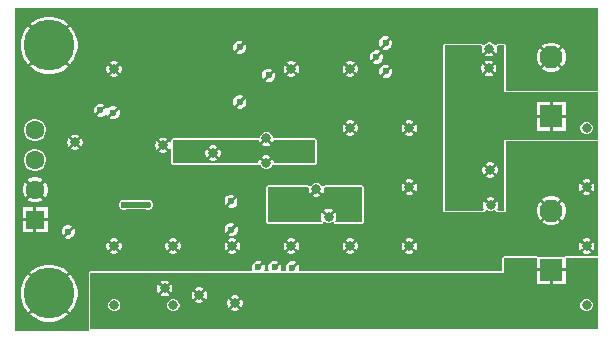
<source format=gbr>
%FSLAX23Y23*%
%MOIN*%
%SFA1B1*%

%IPPOS*%
%ADD13C,0.019685*%
%ADD50C,0.062992*%
%ADD51R,0.062992X0.062992*%
%ADD52C,0.076771*%
%ADD53R,0.076771X0.076771*%
%ADD54C,0.023622*%
%ADD55C,0.031496*%
%ADD56C,0.169291*%
%LNpcb1_copper_signal_bot-1*%
%LPD*%
G36*
X4645Y3858D02*
X4958D01*
Y3700*
X4645*
Y3464*
X4626*
X4623Y3469*
X4625Y3472*
X4626Y3479*
Y3486*
X4625Y3492*
X4622Y3497*
X4614Y3489*
X4607Y3496*
X4615Y3504*
X4610Y3506*
X4604Y3508*
X4597*
X4591Y3506*
X4586Y3504*
X4594Y3496*
X4587Y3489*
X4579Y3497*
X4577Y3492*
X4575Y3486*
Y3479*
X4577Y3472*
X4578Y3469*
X4576Y3464*
X4448*
Y4015*
X4568*
X4572Y4010*
X4571Y4007*
Y4000*
X4573Y3994*
X4576Y3989*
X4584Y3997*
X4591Y3990*
X4583Y3982*
X4587Y3980*
X4594Y3978*
X4600*
X4607Y3980*
X4611Y3982*
X4603Y3990*
X4610Y3997*
X4618Y3989*
X4621Y3994*
X4623Y4000*
Y4007*
X4622Y4010*
X4626Y4015*
X4645*
Y3858*
G37*
G36*
X4958Y3863D02*
X4651D01*
Y4015*
X4649Y4019*
X4645Y4021*
X4626*
X4625Y4021*
X4625Y4021*
X4623Y4020*
X4622Y4019*
X4622Y4019*
X4621Y4018*
X4620Y4016*
X4618Y4016*
X4614Y4017*
X4609Y4021*
X4601Y4025*
X4593*
X4585Y4021*
X4580Y4017*
X4576Y4016*
X4574Y4016*
X4573Y4018*
X4572Y4019*
X4572Y4019*
X4571Y4020*
X4569Y4021*
X4569Y4021*
X4568Y4021*
X4448*
X4444Y4019*
X4443Y4015*
Y3464*
X4444Y3460*
X4448Y3459*
X4576*
X4576Y3459*
X4577Y3459*
X4578Y3460*
X4579Y3460*
X4580Y3461*
X4580Y3461*
X4582Y3464*
X4587Y3466*
X4588Y3466*
X4589Y3465*
X4596Y3462*
X4605*
X4612Y3465*
X4613Y3466*
X4614Y3466*
X4619Y3464*
X4621Y3461*
X4621Y3461*
X4622Y3460*
X4623Y3460*
X4624Y3459*
X4625Y3459*
X4626Y3459*
X4645*
X4649Y3460*
X4651Y3464*
Y3695*
X4958*
Y3312*
X4851*
X4851Y3312*
X4846Y3311*
X4759*
X4755Y3312*
X4754Y3312*
X4645*
X4641Y3310*
X4640Y3307*
Y3263*
X3964*
X3961Y3267*
X3962Y3270*
Y3278*
X3959Y3286*
X3951Y3277*
X3944Y3284*
X3952Y3293*
X3945Y3296*
X3936*
X3928Y3292*
X3922Y3286*
X3919Y3278*
Y3270*
X3920Y3267*
X3917Y3263*
X3904*
X3902Y3267*
X3903Y3271*
Y3279*
X3900Y3287*
X3892Y3278*
X3885Y3285*
X3893Y3294*
X3886Y3297*
X3877*
X3869Y3294*
X3863Y3287*
X3860Y3279*
Y3271*
X3861Y3267*
X3858Y3263*
X3849*
X3847Y3267*
X3848Y3271*
Y3279*
X3845Y3287*
X3837Y3278*
X3830Y3285*
X3838Y3294*
X3831Y3297*
X3822*
X3814Y3294*
X3808Y3287*
X3804Y3279*
Y3271*
X3806Y3267*
X3803Y3263*
X3267*
X3263Y3261*
X3262Y3257*
Y3070*
X3263Y3068*
X3261Y3063*
X3014*
Y4141*
X4958*
Y3863*
G37*
G36*
Y3070D02*
X3267D01*
Y3257*
X3936*
X3937Y3257*
X3944*
X3945Y3257*
X4645*
Y3307*
X4754*
Y3272*
X4765*
Y3262*
X4754*
Y3219*
X4798*
Y3230*
X4808*
Y3219*
X4851*
Y3262*
X4840*
Y3272*
X4851*
Y3307*
X4958*
Y3070*
G37*
%LNpcb1_copper_signal_bot-2*%
%LPC*%
G36*
X4598Y3964D02*
X4591D01*
X4585Y3962*
X4580Y3960*
X4588Y3952*
X4581Y3945*
X4573Y3953*
X4571Y3948*
X4569Y3942*
Y3935*
X4571Y3928*
X4573Y3924*
X4581Y3932*
X4588Y3925*
X4580Y3917*
X4585Y3914*
X4591Y3913*
X4598*
X4605Y3914*
X4609Y3917*
X4601Y3925*
X4608Y3932*
X4616Y3924*
X4619Y3928*
X4620Y3935*
Y3942*
X4619Y3948*
X4616Y3953*
X4608Y3945*
X4601Y3952*
X4609Y3960*
X4605Y3962*
X4598Y3964*
G37*
G36*
X4851Y3827D02*
X4808D01*
Y3816*
X4798*
Y3827*
X4754*
Y3784*
X4765*
Y3774*
X4754*
Y3731*
X4798*
Y3742*
X4808*
Y3731*
X4851*
Y3774*
X4840*
Y3784*
X4851*
Y3827*
G37*
G36*
X4925Y3760D02*
X4917D01*
X4909Y3757*
X4903Y3751*
X4900Y3744*
Y3736*
X4903Y3728*
X4909Y3722*
X4917Y3719*
X4925*
X4933Y3722*
X4938Y3728*
X4942Y3736*
Y3744*
X4938Y3751*
X4933Y3757*
X4925Y3760*
G37*
G36*
X4603Y3626D02*
X4596D01*
X4589Y3624*
X4585Y3621*
X4593Y3613*
X4586Y3606*
X4578Y3614*
X4575Y3610*
X4573Y3603*
Y3597*
X4575Y3590*
X4578Y3586*
X4586Y3594*
X4593Y3587*
X4585Y3578*
X4589Y3576*
X4596Y3574*
X4603*
X4609Y3576*
X4614Y3578*
X4605Y3587*
X4612Y3594*
X4621Y3586*
X4623Y3590*
X4625Y3597*
Y3603*
X4623Y3610*
X4621Y3614*
X4612Y3606*
X4605Y3613*
X4614Y3621*
X4609Y3624*
X4603Y3626*
G37*
G36*
X3139Y4110D02*
X3120D01*
X3102Y4106*
X3085Y4099*
X3069Y4089*
X3066Y4086*
X3074Y4078*
X3067Y4071*
X3059Y4079*
X3056Y4076*
X3046Y4060*
X3038Y4043*
X3035Y4025*
Y4006*
X3038Y3988*
X3046Y3970*
X3056Y3955*
X3059Y3952*
X3067Y3960*
X3074Y3953*
X3066Y3945*
X3069Y3942*
X3085Y3931*
X3102Y3924*
X3120Y3921*
X3139*
X3157Y3924*
X3174Y3931*
X3190Y3942*
X3193Y3945*
X3185Y3953*
X3192Y3960*
X3200Y3952*
X3203Y3955*
X3213Y3970*
X3220Y3988*
X3224Y4006*
Y4025*
X3220Y4043*
X3213Y4060*
X3203Y4076*
X3200Y4079*
X3192Y4071*
X3185Y4078*
X3193Y4086*
X3190Y4089*
X3174Y4099*
X3157Y4106*
X3139Y4110*
G37*
G36*
X4256Y4045D02*
X4247D01*
X4239Y4042*
X4233Y4035*
X4230Y4027*
Y4019*
X4233Y4011*
X4241Y4020*
X4248Y4013*
X4240Y4004*
X4247Y4001*
X4256*
X4264Y4005*
X4270Y4011*
X4273Y4019*
Y4027*
X4270Y4035*
X4262Y4026*
X4255Y4033*
X4263Y4042*
X4256Y4045*
G37*
G36*
X4809Y4024D02*
X4796D01*
X4784Y4021*
X4773Y4015*
X4772Y4014*
X4780Y4006*
X4773Y3998*
X4765Y4007*
X4764Y4006*
X4758Y3995*
X4754Y3982*
Y3970*
X4758Y3957*
X4764Y3946*
X4765Y3945*
X4773Y3953*
X4780Y3946*
X4772Y3938*
X4773Y3937*
X4784Y3931*
X4796Y3927*
X4809*
X4821Y3931*
X4832Y3937*
X4833Y3938*
X4825Y3946*
X4832Y3953*
X4840Y3945*
X4841Y3946*
X4848Y3957*
X4851Y3970*
Y3982*
X4848Y3995*
X4841Y4006*
X4840Y4007*
X4832Y3998*
X4825Y4006*
X4833Y4014*
X4832Y4015*
X4821Y4021*
X4809Y4024*
G37*
G36*
X3768Y4030D02*
X3760D01*
X3752Y4027*
X3745Y4021*
X3742Y4013*
Y4004*
X3745Y3997*
X3754Y4005*
X3761Y3998*
X3752Y3990*
X3760Y3986*
X3768*
X3776Y3990*
X3782Y3996*
X3786Y4004*
Y4013*
X3783Y4020*
X3774Y4012*
X3767Y4019*
X3776Y4027*
X3768Y4030*
G37*
G36*
X4224Y3998D02*
X4216D01*
X4208Y3994*
X4201Y3988*
X4198Y3980*
Y3972*
X4201Y3964*
X4210Y3973*
X4217Y3966*
X4208Y3957*
X4216Y3954*
X4224*
X4232Y3957*
X4238Y3964*
X4242Y3972*
Y3980*
X4239Y3988*
X4230Y3979*
X4223Y3986*
X4232Y3995*
X4224Y3998*
G37*
G36*
X4137Y3962D02*
X4130D01*
X4123Y3961*
X4119Y3958*
X4127Y3950*
X4120Y3943*
X4112Y3951*
X4109Y3946*
X4108Y3940*
Y3933*
X4109Y3927*
X4112Y3922*
X4120Y3930*
X4127Y3923*
X4119Y3915*
X4123Y3913*
X4130Y3911*
X4137*
X4143Y3913*
X4148Y3915*
X4140Y3923*
X4147Y3930*
X4155Y3922*
X4157Y3927*
X4159Y3933*
Y3940*
X4157Y3946*
X4155Y3951*
X4147Y3943*
X4140Y3950*
X4148Y3958*
X4143Y3961*
X4137Y3962*
G37*
G36*
X3940D02*
X3933D01*
X3927Y3961*
X3922Y3958*
X3930Y3950*
X3923Y3943*
X3915Y3951*
X3913Y3946*
X3911Y3940*
Y3933*
X3913Y3927*
X3915Y3922*
X3923Y3930*
X3930Y3923*
X3922Y3915*
X3927Y3913*
X3933Y3911*
X3940*
X3946Y3913*
X3951Y3915*
X3943Y3923*
X3950Y3930*
X3958Y3922*
X3961Y3927*
X3962Y3933*
Y3940*
X3961Y3946*
X3958Y3951*
X3950Y3943*
X3943Y3950*
X3951Y3958*
X3946Y3961*
X3940Y3962*
G37*
G36*
X3349D02*
X3343D01*
X3336Y3961*
X3332Y3958*
X3340Y3950*
X3333Y3943*
X3325Y3951*
X3322Y3946*
X3320Y3940*
Y3933*
X3322Y3927*
X3325Y3922*
X3333Y3930*
X3340Y3923*
X3332Y3915*
X3336Y3913*
X3343Y3911*
X3349*
X3356Y3913*
X3360Y3915*
X3352Y3923*
X3359Y3930*
X3367Y3922*
X3370Y3927*
X3372Y3933*
Y3940*
X3370Y3946*
X3367Y3951*
X3359Y3943*
X3352Y3950*
X3360Y3958*
X3356Y3961*
X3349Y3962*
G37*
G36*
X4256Y3950D02*
X4247D01*
X4239Y3947*
X4233Y3941*
X4230Y3933*
Y3924*
X4233Y3917*
X4241Y3925*
X4248Y3918*
X4240Y3910*
X4247Y3907*
X4256*
X4264Y3910*
X4270Y3916*
X4273Y3924*
Y3933*
X4270Y3940*
X4262Y3932*
X4255Y3939*
X4263Y3947*
X4256Y3950*
G37*
G36*
X3866Y3937D02*
X3857D01*
X3849Y3934*
X3843Y3928*
X3840Y3920*
Y3911*
X3843Y3904*
X3851Y3912*
X3858Y3905*
X3850Y3897*
X3857Y3894*
X3866*
X3874Y3897*
X3880Y3903*
X3883Y3911*
Y3920*
X3880Y3927*
X3872Y3919*
X3865Y3926*
X3873Y3934*
X3866Y3937*
G37*
G36*
X3770Y3848D02*
X3761D01*
X3753Y3845*
X3747Y3838*
X3743Y3830*
Y3822*
X3747Y3814*
X3755Y3823*
X3762Y3816*
X3754Y3807*
X3761Y3804*
X3770*
X3778Y3808*
X3784Y3814*
X3787Y3822*
Y3830*
X3784Y3838*
X3776Y3829*
X3769Y3836*
X3777Y3845*
X3770Y3848*
G37*
G36*
X3305Y3820D02*
X3296D01*
X3288Y3816*
X3282Y3810*
X3279Y3802*
Y3794*
X3282Y3786*
X3290Y3795*
X3297Y3788*
X3289Y3779*
X3296Y3776*
X3305*
X3313Y3779*
X3316Y3783*
X3322Y3782*
X3323Y3779*
X3332Y3788*
X3339Y3780*
X3330Y3772*
X3338Y3769*
X3346*
X3354Y3772*
X3361Y3778*
X3364Y3787*
Y3795*
X3361Y3803*
X3352Y3794*
X3345Y3801*
X3354Y3810*
X3346Y3813*
X3338*
X3330Y3809*
X3326Y3806*
X3320Y3807*
X3319Y3810*
X3311Y3801*
X3304Y3808*
X3312Y3817*
X3305Y3820*
G37*
G36*
X4334Y3765D02*
X4327D01*
X4320Y3764*
X4316Y3761*
X4324Y3753*
X4317Y3746*
X4309Y3754*
X4306Y3750*
X4304Y3743*
Y3736*
X4306Y3730*
X4309Y3725*
X4317Y3733*
X4324Y3726*
X4316Y3718*
X4320Y3716*
X4327Y3714*
X4334*
X4340Y3716*
X4345Y3718*
X4336Y3726*
X4344Y3733*
X4352Y3725*
X4354Y3730*
X4356Y3736*
Y3743*
X4354Y3750*
X4352Y3754*
X4344Y3746*
X4336Y3753*
X4345Y3761*
X4340Y3764*
X4334Y3765*
G37*
G36*
X4137D02*
X4130D01*
X4123Y3764*
X4119Y3761*
X4127Y3753*
X4120Y3746*
X4112Y3754*
X4109Y3750*
X4108Y3743*
Y3736*
X4109Y3730*
X4112Y3725*
X4120Y3733*
X4127Y3726*
X4119Y3718*
X4123Y3716*
X4130Y3714*
X4137*
X4143Y3716*
X4148Y3718*
X4140Y3726*
X4147Y3733*
X4155Y3725*
X4157Y3730*
X4159Y3736*
Y3743*
X4157Y3750*
X4155Y3754*
X4147Y3746*
X4140Y3753*
X4148Y3761*
X4143Y3764*
X4137Y3765*
G37*
G36*
X3218Y3717D02*
X3212D01*
X3205Y3716*
X3201Y3713*
X3209Y3705*
X3202Y3698*
X3193Y3706*
X3191Y3701*
X3189Y3695*
Y3688*
X3191Y3682*
X3193Y3677*
X3202Y3685*
X3209Y3678*
X3201Y3670*
X3205Y3668*
X3212Y3666*
X3218*
X3225Y3668*
X3229Y3670*
X3221Y3678*
X3228Y3685*
X3236Y3677*
X3239Y3682*
X3241Y3688*
Y3695*
X3239Y3701*
X3236Y3706*
X3228Y3698*
X3221Y3705*
X3229Y3713*
X3225Y3716*
X3218Y3717*
G37*
G36*
X3087Y3770D02*
X3077D01*
X3068Y3767*
X3060Y3763*
X3053Y3756*
X3048Y3747*
X3046Y3738*
Y3729*
X3048Y3719*
X3053Y3711*
X3060Y3704*
X3068Y3699*
X3077Y3697*
X3087*
X3096Y3699*
X3105Y3704*
X3111Y3711*
X3116Y3719*
X3119Y3729*
Y3738*
X3116Y3747*
X3111Y3756*
X3105Y3763*
X3096Y3767*
X3087Y3770*
G37*
G36*
X3858Y3726D02*
X3849D01*
X3842Y3723*
X3836Y3717*
X3833Y3709*
Y3709*
X3831Y3708*
X3828Y3706*
X3543*
X3539Y3704*
X3537Y3700*
Y3692*
X3532Y3691*
X3532Y3691*
X3530Y3696*
X3522Y3688*
X3515Y3695*
X3523Y3703*
X3518Y3706*
X3512Y3707*
X3505*
X3498Y3706*
X3494Y3703*
X3502Y3695*
X3495Y3688*
X3487Y3696*
X3484Y3691*
X3483Y3685*
Y3678*
X3484Y3672*
X3487Y3667*
X3495Y3675*
X3502Y3668*
X3494Y3660*
X3498Y3658*
X3505Y3656*
X3512*
X3518Y3658*
X3523Y3660*
X3515Y3668*
X3522Y3675*
X3530Y3667*
X3532Y3672*
X3532Y3672*
X3537Y3671*
Y3622*
X3539Y3618*
X3543Y3616*
X3827*
X3831Y3618*
X3834Y3614*
X3836Y3611*
X3841Y3605*
X3849Y3602*
X3857*
X3865Y3605*
X3871Y3611*
X3872Y3614*
X3875Y3618*
X3879Y3616*
X4015*
X4019Y3618*
X4021Y3622*
Y3700*
X4019Y3704*
X4015Y3706*
X3879*
X3876Y3708*
X3874Y3709*
Y3709*
X3871Y3717*
X3865Y3723*
X3858Y3726*
G37*
G36*
X3087Y3670D02*
X3077D01*
X3068Y3667*
X3060Y3663*
X3053Y3656*
X3048Y3647*
X3046Y3638*
Y3629*
X3048Y3619*
X3053Y3611*
X3060Y3604*
X3068Y3599*
X3077Y3597*
X3087*
X3096Y3599*
X3105Y3604*
X3111Y3611*
X3116Y3619*
X3119Y3629*
Y3638*
X3116Y3647*
X3111Y3656*
X3105Y3663*
X3096Y3667*
X3087Y3670*
G37*
G36*
X3088Y3575D02*
X3077D01*
X3066Y3572*
X3057Y3567*
X3056Y3566*
X3064Y3558*
X3057Y3551*
X3049Y3559*
X3049Y3559*
X3044Y3549*
X3041Y3539*
Y3528*
X3044Y3517*
X3049Y3508*
X3049Y3508*
X3057Y3516*
X3064Y3509*
X3056Y3500*
X3057Y3500*
X3066Y3495*
X3077Y3492*
X3088*
X3098Y3495*
X3108Y3500*
X3108Y3500*
X3100Y3509*
X3107Y3516*
X3115Y3508*
X3115Y3508*
X3121Y3517*
X3124Y3528*
Y3539*
X3121Y3549*
X3115Y3559*
X3115Y3559*
X3107Y3551*
X3100Y3558*
X3108Y3566*
X3108Y3567*
X3098Y3572*
X3088Y3575*
G37*
G36*
X4924Y3569D02*
X4917D01*
X4911Y3567*
X4906Y3564*
X4914Y3556*
X4907Y3549*
X4899Y3557*
X4897Y3553*
X4895Y3546*
Y3539*
X4897Y3533*
X4899Y3528*
X4907Y3537*
X4914Y3529*
X4906Y3521*
X4911Y3519*
X4917Y3517*
X4924*
X4931Y3519*
X4935Y3521*
X4927Y3529*
X4934Y3537*
X4942Y3528*
X4945Y3533*
X4947Y3539*
Y3546*
X4945Y3553*
X4942Y3557*
X4934Y3549*
X4927Y3556*
X4935Y3564*
X4931Y3567*
X4924Y3569*
G37*
G36*
X4334D02*
X4327D01*
X4320Y3567*
X4316Y3564*
X4324Y3556*
X4317Y3549*
X4309Y3557*
X4306Y3553*
X4304Y3546*
Y3539*
X4306Y3533*
X4309Y3528*
X4317Y3537*
X4324Y3529*
X4316Y3521*
X4320Y3519*
X4327Y3517*
X4334*
X4340Y3519*
X4345Y3521*
X4336Y3529*
X4344Y3537*
X4352Y3528*
X4354Y3533*
X4356Y3539*
Y3546*
X4354Y3553*
X4352Y3557*
X4344Y3549*
X4336Y3556*
X4345Y3564*
X4340Y3567*
X4334Y3569*
G37*
G36*
X4024Y3556D02*
X4016D01*
X4008Y3553*
X4002Y3547*
X4002Y3546*
X3996Y3545*
X3996Y3546*
X3995Y3546*
X3995Y3547*
X3993Y3547*
X3992Y3548*
X3992Y3548*
X3991Y3548*
X3858*
X3854Y3547*
X3852Y3543*
Y3425*
X3854Y3421*
X3858Y3419*
X4037*
X4037Y3420*
X4038Y3420*
X4039Y3420*
X4040Y3421*
X4041Y3422*
X4041Y3422*
X4043Y3425*
X4048Y3427*
X4048Y3426*
X4049Y3426*
X4056Y3423*
X4065*
X4072Y3426*
X4073Y3426*
X4073Y3427*
X4078Y3425*
X4080Y3422*
X4080Y3422*
X4081Y3421*
X4082Y3420*
X4083Y3420*
X4084Y3420*
X4084Y3419*
X4173*
X4177Y3421*
X4178Y3425*
Y3543*
X4177Y3547*
X4173Y3548*
X4048*
X4048Y3548*
X4048Y3548*
X4046Y3547*
X4045Y3547*
X4044Y3546*
X4044Y3546*
X4044Y3545*
X4038Y3546*
X4037Y3547*
X4032Y3553*
X4024Y3556*
G37*
G36*
X3462Y3501D02*
X3455D01*
X3451Y3499*
X3387*
X3383Y3501*
X3376*
X3370Y3498*
X3365Y3493*
X3363Y3487*
Y3480*
X3365Y3474*
X3370Y3470*
X3376Y3467*
X3383*
X3387Y3469*
X3451*
X3455Y3467*
X3462*
X3468Y3470*
X3472Y3474*
X3475Y3480*
Y3487*
X3472Y3493*
X3468Y3498*
X3462Y3501*
G37*
G36*
X4809Y3512D02*
X4796D01*
X4784Y3509*
X4773Y3503*
X4772Y3502*
X4780Y3494*
X4773Y3487*
X4765Y3495*
X4764Y3494*
X4758Y3483*
X4754Y3470*
Y3458*
X4758Y3445*
X4764Y3434*
X4765Y3433*
X4773Y3441*
X4780Y3434*
X4772Y3426*
X4773Y3425*
X4784Y3419*
X4796Y3416*
X4809*
X4821Y3419*
X4832Y3425*
X4833Y3426*
X4825Y3434*
X4832Y3441*
X4840Y3433*
X4841Y3434*
X4848Y3445*
X4851Y3458*
Y3470*
X4848Y3483*
X4841Y3494*
X4840Y3495*
X4832Y3487*
X4825Y3494*
X4833Y3502*
X4832Y3503*
X4821Y3509*
X4809Y3512*
G37*
G36*
X3740Y3517D02*
X3731D01*
X3723Y3514*
X3717Y3508*
X3714Y3500*
Y3491*
X3717Y3484*
X3725Y3492*
X3732Y3485*
X3724Y3477*
X3731Y3474*
X3740*
X3748Y3477*
X3754Y3483*
X3757Y3491*
Y3500*
X3754Y3507*
X3746Y3499*
X3739Y3506*
X3747Y3514*
X3740Y3517*
G37*
G36*
X3124Y3475D02*
X3087D01*
Y3464*
X3077*
Y3475*
X3041*
Y3438*
X3052*
Y3428*
X3041*
Y3392*
X3077*
Y3403*
X3087*
Y3392*
X3124*
Y3428*
X3113*
Y3438*
X3124*
Y3475*
G37*
G36*
X3740Y3423D02*
X3731D01*
X3723Y3420*
X3717Y3413*
X3714Y3405*
Y3397*
X3717Y3389*
X3725Y3398*
X3732Y3391*
X3724Y3382*
X3731Y3379*
X3740*
X3748Y3383*
X3754Y3389*
X3758Y3397*
Y3405*
X3754Y3413*
X3746Y3404*
X3739Y3411*
X3747Y3420*
X3740Y3423*
G37*
G36*
X3197Y3415D02*
X3188D01*
X3180Y3412*
X3174Y3406*
X3171Y3398*
Y3389*
X3174Y3382*
X3182Y3390*
X3189Y3383*
X3181Y3374*
X3188Y3371*
X3197*
X3205Y3375*
X3211Y3381*
X3214Y3389*
Y3398*
X3211Y3405*
X3203Y3396*
X3196Y3404*
X3204Y3412*
X3197Y3415*
G37*
G36*
X4924Y3372D02*
X4917D01*
X4911Y3370*
X4906Y3367*
X4914Y3359*
X4907Y3352*
X4899Y3360*
X4897Y3356*
X4895Y3349*
Y3343*
X4897Y3336*
X4899Y3332*
X4907Y3340*
X4914Y3333*
X4906Y3325*
X4911Y3322*
X4917Y3320*
X4924*
X4931Y3322*
X4935Y3325*
X4927Y3333*
X4934Y3340*
X4942Y3332*
X4945Y3336*
X4947Y3343*
Y3349*
X4945Y3356*
X4942Y3360*
X4934Y3352*
X4927Y3359*
X4935Y3367*
X4931Y3370*
X4924Y3372*
G37*
G36*
X4334D02*
X4327D01*
X4320Y3370*
X4316Y3367*
X4324Y3359*
X4317Y3352*
X4309Y3360*
X4306Y3356*
X4304Y3349*
Y3343*
X4306Y3336*
X4309Y3332*
X4317Y3340*
X4324Y3333*
X4316Y3325*
X4320Y3322*
X4327Y3320*
X4334*
X4340Y3322*
X4345Y3325*
X4336Y3333*
X4344Y3340*
X4352Y3332*
X4354Y3336*
X4356Y3343*
Y3349*
X4354Y3356*
X4352Y3360*
X4344Y3352*
X4336Y3359*
X4345Y3367*
X4340Y3370*
X4334Y3372*
G37*
G36*
X4137D02*
X4130D01*
X4123Y3370*
X4119Y3367*
X4127Y3359*
X4120Y3352*
X4112Y3360*
X4109Y3356*
X4108Y3349*
Y3343*
X4109Y3336*
X4112Y3332*
X4120Y3340*
X4127Y3333*
X4119Y3325*
X4123Y3322*
X4130Y3320*
X4137*
X4143Y3322*
X4148Y3325*
X4140Y3333*
X4147Y3340*
X4155Y3332*
X4157Y3336*
X4159Y3343*
Y3349*
X4157Y3356*
X4155Y3360*
X4147Y3352*
X4140Y3359*
X4148Y3367*
X4143Y3370*
X4137Y3372*
G37*
G36*
X3940D02*
X3933D01*
X3927Y3370*
X3922Y3367*
X3930Y3359*
X3923Y3352*
X3915Y3360*
X3913Y3356*
X3911Y3349*
Y3343*
X3913Y3336*
X3915Y3332*
X3923Y3340*
X3930Y3333*
X3922Y3325*
X3927Y3322*
X3933Y3320*
X3940*
X3946Y3322*
X3951Y3325*
X3943Y3333*
X3950Y3340*
X3958Y3332*
X3961Y3336*
X3962Y3343*
Y3349*
X3961Y3356*
X3958Y3360*
X3950Y3352*
X3943Y3359*
X3951Y3367*
X3946Y3370*
X3940Y3372*
G37*
G36*
X3743D02*
X3736D01*
X3730Y3370*
X3725Y3367*
X3733Y3359*
X3726Y3352*
X3718Y3360*
X3716Y3356*
X3714Y3349*
Y3343*
X3716Y3336*
X3718Y3332*
X3726Y3340*
X3733Y3333*
X3725Y3325*
X3730Y3322*
X3736Y3320*
X3743*
X3750Y3322*
X3754Y3325*
X3746Y3333*
X3753Y3340*
X3761Y3332*
X3764Y3336*
X3765Y3343*
Y3349*
X3764Y3356*
X3761Y3360*
X3753Y3352*
X3746Y3359*
X3754Y3367*
X3750Y3370*
X3743Y3372*
G37*
G36*
X3546D02*
X3539D01*
X3533Y3370*
X3528Y3367*
X3537Y3359*
X3529Y3352*
X3521Y3360*
X3519Y3356*
X3517Y3349*
Y3343*
X3519Y3336*
X3521Y3332*
X3529Y3340*
X3537Y3333*
X3528Y3325*
X3533Y3322*
X3539Y3320*
X3546*
X3553Y3322*
X3557Y3325*
X3549Y3333*
X3556Y3340*
X3564Y3332*
X3567Y3336*
X3569Y3343*
Y3349*
X3567Y3356*
X3564Y3360*
X3556Y3352*
X3549Y3359*
X3557Y3367*
X3553Y3370*
X3546Y3372*
G37*
G36*
X3349D02*
X3343D01*
X3336Y3370*
X3332Y3367*
X3340Y3359*
X3333Y3352*
X3325Y3360*
X3322Y3356*
X3320Y3349*
Y3343*
X3322Y3336*
X3325Y3332*
X3333Y3340*
X3340Y3333*
X3332Y3325*
X3336Y3322*
X3343Y3320*
X3349*
X3356Y3322*
X3360Y3325*
X3352Y3333*
X3359Y3340*
X3367Y3332*
X3370Y3336*
X3372Y3343*
Y3349*
X3370Y3356*
X3367Y3360*
X3359Y3352*
X3352Y3359*
X3360Y3367*
X3356Y3370*
X3349Y3372*
G37*
G36*
X3139Y3283D02*
X3120D01*
X3102Y3279*
X3085Y3272*
X3069Y3262*
X3066Y3259*
X3074Y3251*
X3067Y3244*
X3059Y3252*
X3056Y3249*
X3046Y3233*
X3038Y3216*
X3035Y3198*
Y3179*
X3038Y3161*
X3046Y3144*
X3056Y3128*
X3059Y3125*
X3067Y3133*
X3074Y3126*
X3066Y3118*
X3069Y3115*
X3085Y3105*
X3102Y3097*
X3120Y3094*
X3139*
X3157Y3097*
X3174Y3105*
X3190Y3115*
X3193Y3118*
X3185Y3126*
X3192Y3133*
X3200Y3125*
X3203Y3128*
X3213Y3144*
X3220Y3161*
X3224Y3179*
Y3198*
X3220Y3216*
X3213Y3233*
X3203Y3249*
X3200Y3252*
X3192Y3244*
X3185Y3251*
X3193Y3259*
X3190Y3262*
X3174Y3272*
X3157Y3279*
X3139Y3283*
G37*
%LNpcb1_copper_signal_bot-3*%
%LPD*%
G36*
X4015Y3622D02*
X3879D01*
Y3626*
X3877Y3633*
X3875Y3637*
X3866Y3629*
X3859Y3636*
X3867Y3644*
X3863Y3647*
X3857Y3649*
X3850*
X3843Y3647*
X3839Y3644*
X3847Y3636*
X3840Y3629*
X3832Y3637*
X3829Y3633*
X3827Y3626*
Y3622*
X3543*
Y3700*
X3828*
X3829Y3695*
X3832Y3691*
X3840Y3699*
X3847Y3692*
X3839Y3684*
X3844Y3681*
X3850Y3679*
X3857*
X3863Y3681*
X3868Y3684*
X3860Y3692*
X3867Y3699*
X3875Y3691*
X3877Y3695*
X3879Y3700*
X4015*
Y3622*
G37*
%LNpcb1_copper_signal_bot-4*%
%LPC*%
G36*
X3679Y3682D02*
X3672D01*
X3666Y3680*
X3661Y3677*
X3669Y3669*
X3662Y3662*
X3654Y3670*
X3652Y3666*
X3650Y3659*
Y3653*
X3652Y3646*
X3654Y3642*
X3662Y3650*
X3669Y3643*
X3661Y3634*
X3666Y3632*
X3672Y3630*
X3679*
X3686Y3632*
X3690Y3634*
X3682Y3643*
X3689Y3650*
X3697Y3642*
X3700Y3646*
X3701Y3653*
Y3659*
X3700Y3666*
X3697Y3670*
X3689Y3662*
X3682Y3669*
X3690Y3677*
X3686Y3680*
X3679Y3682*
G37*
%LNpcb1_copper_signal_bot-5*%
%LPD*%
G36*
X4173Y3425D02*
X4084D01*
X4082Y3430*
X4085Y3434*
X4086Y3440*
Y3447*
X4085Y3454*
X4082Y3458*
X4074Y3450*
X4067Y3457*
X4075Y3465*
X4070Y3468*
X4064Y3469*
X4057*
X4051Y3468*
X4046Y3465*
X4054Y3457*
X4047Y3450*
X4039Y3458*
X4037Y3454*
X4035Y3447*
Y3440*
X4037Y3434*
X4039Y3430*
X4037Y3425*
X3858*
Y3543*
X3991*
X3994Y3539*
Y3532*
X3996Y3526*
X3998Y3521*
X4006Y3529*
X4014Y3522*
X4005Y3514*
X4010Y3512*
X4016Y3510*
X4023*
X4030Y3512*
X4034Y3514*
X4026Y3522*
X4033Y3529*
X4041Y3521*
X4044Y3526*
X4046Y3532*
Y3539*
X4048Y3543*
X4173*
Y3425*
G37*
%LNpcb1_copper_signal_bot-6*%
%LPC*%
G36*
X3518Y3231D02*
X3511D01*
X3505Y3229*
X3500Y3226*
X3508Y3218*
X3501Y3211*
X3493Y3219*
X3490Y3215*
X3489Y3208*
Y3201*
X3490Y3195*
X3493Y3190*
X3501Y3199*
X3508Y3192*
X3500Y3183*
X3505Y3181*
X3511Y3179*
X3518*
X3524Y3181*
X3529Y3183*
X3521Y3192*
X3528Y3199*
X3536Y3190*
X3538Y3195*
X3540Y3201*
Y3208*
X3538Y3215*
X3536Y3219*
X3528Y3211*
X3521Y3218*
X3529Y3226*
X3524Y3229*
X3518Y3231*
G37*
G36*
X3633Y3208D02*
X3626D01*
X3620Y3206*
X3615Y3204*
X3623Y3195*
X3616Y3188*
X3608Y3196*
X3606Y3192*
X3604Y3185*
Y3179*
X3606Y3172*
X3608Y3168*
X3616Y3176*
X3623Y3169*
X3615Y3161*
X3620Y3158*
X3626Y3156*
X3633*
X3640Y3158*
X3644Y3161*
X3636Y3169*
X3643Y3176*
X3651Y3168*
X3654Y3172*
X3655Y3179*
Y3185*
X3654Y3192*
X3651Y3196*
X3643Y3188*
X3636Y3195*
X3644Y3204*
X3640Y3206*
X3633Y3208*
G37*
G36*
X3751Y3182D02*
X3745D01*
X3738Y3180*
X3734Y3177*
X3742Y3169*
X3735Y3162*
X3727Y3170*
X3724Y3166*
X3722Y3159*
Y3152*
X3724Y3146*
X3727Y3141*
X3735Y3149*
X3742Y3142*
X3734Y3134*
X3738Y3132*
X3745Y3130*
X3751*
X3758Y3132*
X3762Y3134*
X3754Y3142*
X3761Y3149*
X3769Y3141*
X3772Y3146*
X3774Y3152*
Y3159*
X3772Y3166*
X3769Y3170*
X3761Y3162*
X3754Y3169*
X3762Y3177*
X3758Y3180*
X3751Y3182*
G37*
G36*
X4925Y3170D02*
X4917D01*
X4909Y3167*
X4903Y3161*
X4900Y3153*
Y3145*
X4903Y3137*
X4909Y3132*
X4917Y3128*
X4925*
X4933Y3132*
X4938Y3137*
X4942Y3145*
Y3153*
X4938Y3161*
X4933Y3167*
X4925Y3170*
G37*
G36*
X3547D02*
X3539D01*
X3531Y3167*
X3525Y3161*
X3522Y3153*
Y3145*
X3525Y3137*
X3531Y3132*
X3539Y3128*
X3547*
X3555Y3132*
X3560Y3137*
X3564Y3145*
Y3153*
X3560Y3161*
X3555Y3167*
X3547Y3170*
G37*
G36*
X3350D02*
X3342D01*
X3334Y3167*
X3328Y3161*
X3325Y3153*
Y3145*
X3328Y3137*
X3334Y3132*
X3342Y3128*
X3350*
X3358Y3132*
X3364Y3137*
X3367Y3145*
Y3153*
X3364Y3161*
X3358Y3167*
X3350Y3170*
G37*
%LNpcb1_copper_signal_bot-7*%
%LPD*%
G54D13*
X3379Y3484D02*
X3458D01*
G54D50*
X3082Y3733D03*
Y3633D03*
Y3533D03*
G54D51*
X3082Y3433D03*
G54D52*
X4803Y3464D03*
Y3976D03*
G54D53*
X4803Y3267D03*
Y3779D03*
G54D54*
X3300Y3798D03*
X3736Y3495D03*
X3764Y4008D03*
X3861Y3916D03*
X3765Y3826D03*
X3192Y3393D03*
X3736Y3401D03*
X3826Y3275D03*
X3881D03*
X3940Y3274D03*
X4220Y3976D03*
X4251Y4023D03*
Y3929D03*
X3342Y3791D03*
X3379Y3484D03*
X3458D03*
G54D55*
X4597Y4004D03*
X3508Y3682D03*
X3215Y3692D03*
X4921Y3149D03*
Y3346D03*
Y3543D03*
Y3740D03*
X3543Y3346D03*
X3346D03*
Y3149D03*
X3543D03*
X3740Y3346D03*
X3937D03*
X4133D03*
X4330D03*
Y3543D03*
Y3740D03*
X4133D03*
Y3937D03*
X3937D03*
X3346D03*
X3514Y3205D03*
X3630Y3182D03*
X3748Y3156D03*
X4595Y3938D03*
X4599Y3600D03*
X4601Y3482D03*
X4061Y3444D03*
X4020Y3536D03*
X3853Y3705D03*
X3853Y3623D03*
X3676Y3656D03*
G54D56*
X3129Y3188D03*
Y4015D03*
M02*
</source>
